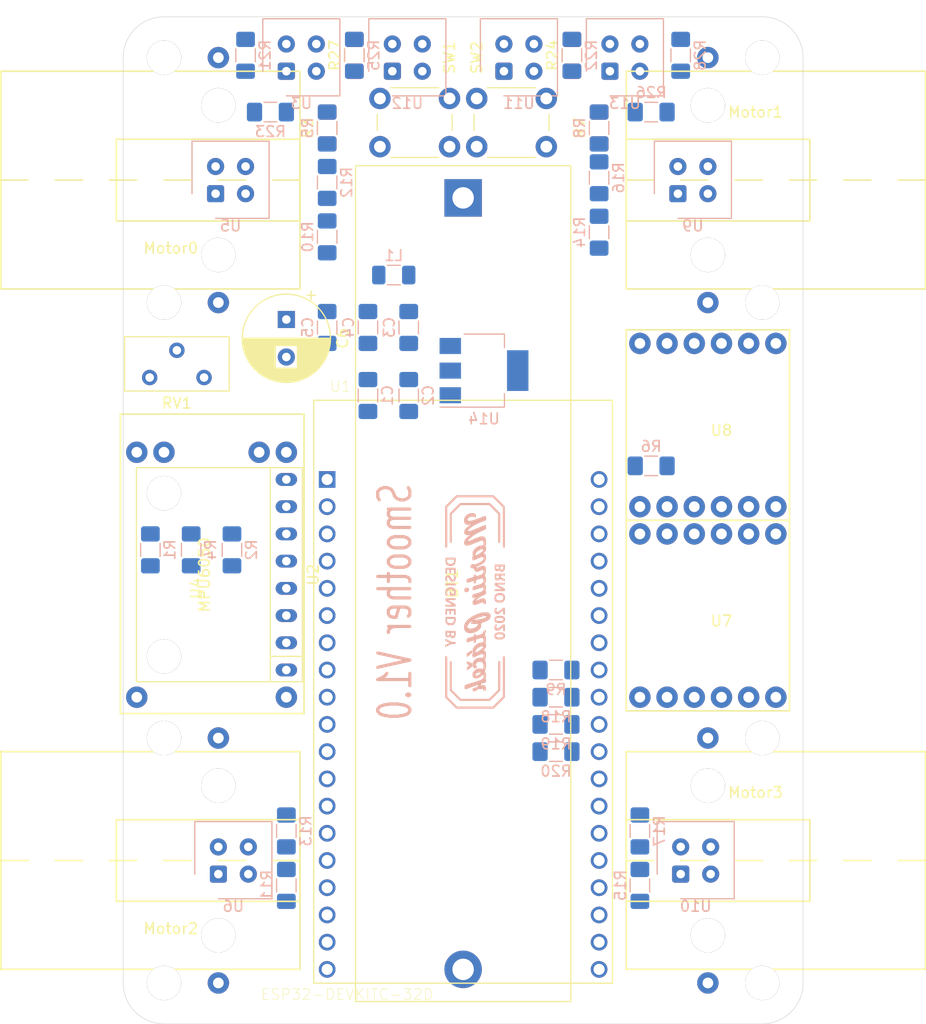
<source format=kicad_pcb>
(kicad_pcb (version 20171130) (host pcbnew "(5.1.5)-3")
  (layers (0 F.Cu signal) (31 B.Cu signal) (34 B.Paste user) (35 F.Paste user) (36 B.SilkS user) (37 F.SilkS user) (38 B.Mask user) (39 F.Mask user) (44 Edge.Cuts user))
  (net 0 "")
  (net 1 "Net-(BT1-Pad1)")
  (net 2 "Net-(BT1-Pad2)")
  (net 3 "Net-(Motor0-Pad2)")
  (net 4 "Net-(Motor0-Pad1)")
  (net 5 "Net-(Motor1-Pad2)")
  (net 6 "Net-(Motor1-Pad1)")
  (net 7 "Net-(Motor2-Pad2)")
  (net 8 "Net-(Motor2-Pad1)")
  (net 9 "Net-(Motor3-Pad2)")
  (net 10 "Net-(Motor3-Pad1)")
  (net 11 "Net-(R1-Pad2)")
  (net 12 BatV)
  (net 13 GND)
  (net 14 "Net-(R2-Pad1)")
  (net 15 "Net-(R3-Pad2)")
  (net 16 SW0)
  (net 17 BAT-Sense)
  (net 18 "Net-(R4-Pad1)")
  (net 19 "Net-(R6-Pad2)")
  (net 20 MotorFault)
  (net 21 "Net-(R7-Pad2)")
  (net 22 SW1)
  (net 23 "Net-(R9-Pad2)")
  (net 24 "Net-(R10-Pad2)")
  (net 25 +3V3)
  (net 26 "Net-(R11-Pad2)")
  (net 27 WheelEnc0)
  (net 28 WheelEnc2)
  (net 29 "Net-(R14-Pad2)")
  (net 30 "Net-(R15-Pad2)")
  (net 31 WheelEnc1)
  (net 32 WheelEnc3)
  (net 33 "Net-(U1-Pad16)")
  (net 34 SCL)
  (net 35 SDA)
  (net 36 "Net-(U2-Pad7)")
  (net 37 "Net-(U2-Pad6)")
  (net 38 "Net-(U2-Pad5)")
  (net 39 MotorSleep)
  (net 40 Motor3B)
  (net 41 Motor3A)
  (net 42 Motor2B)
  (net 43 Motor2A)
  (net 44 Motor1B)
  (net 45 Motor1A)
  (net 46 Motor0B)
  (net 47 Motor0A)
  (net 48 LineSensor0)
  (net 49 "Net-(R18-Pad2)")
  (net 50 LineSensor1)
  (net 51 "Net-(R19-Pad2)")
  (net 52 LineSensor2)
  (net 53 "Net-(R20-Pad2)")
  (net 54 "Net-(R21-Pad2)")
  (net 55 "Net-(R22-Pad2)")
  (net 56 "Net-(R25-Pad2)")
  (net 57 "Net-(R26-Pad2)")
  (net 58 LineSensor3)
  (net 59 MPU_inter)
  (net 60 "Net-(U1-Pad38)")
  (net 61 "Net-(U1-Pad37)")
  (net 62 "Net-(U1-Pad36)")
  (net 63 "Net-(U1-Pad24)")
  (net 64 "Net-(U1-Pad23)")
  (net 65 "Net-(U1-Pad18)")
  (net 66 "Net-(U1-Pad17)")
  (net 67 "Net-(U1-Pad19)")
  (net 68 "Net-(U1-Pad2)")
  (net 69 "Net-(C3-Pad1)")
  (net 70 "Net-(U4-Pad1)")
  (module SmootherBoard:Motor (layer F.Cu) (at 217.17 130.81)
    (fp_text reference Motor3 (at 12.065 -1.27) (layer F.SilkS))
    (fp_text value Conn_01x02_Male)
    (pad ~ thru_hole circle (at 12.7 16.51) (size 3.2 3.2) (drill 3.2) (layers *.Cu *.Mask))
    (pad ~ thru_hole circle (at 12.7 -6.35) (size 3.2 3.2) (drill 3.2) (layers *.Cu *.Mask))
    (pad ~ thru_hole circle (at 7.62 12.065) (size 3.2 3.2) (drill 3.2) (layers *.Cu *.Mask))
    (pad ~ thru_hole circle (at 7.62 -1.905) (size 3.2 3.2) (drill 3.2) (layers *.Cu *.Mask))
    (pad 2 thru_hole circle (at 7.62 16.51) (size 2 2) (drill 1) (layers *.Cu *.Mask) (net 9 "Net-(Motor3-Pad2)"))
    (pad 1 thru_hole circle (at 7.62 -6.35) (size 2 2) (drill 1) (layers *.Cu *.Mask) (net 10 "Net-(Motor3-Pad1)"))
  )
  (module SmootherBoard:Motor (layer F.Cu) (at 186.69 140.97 180)
    (fp_text reference Motor2 (at 12.065 -1.27) (layer F.SilkS))
    (fp_text value Conn_01x02_Male)
    (pad ~ thru_hole circle (at 12.7 16.51 180) (size 3.2 3.2) (drill 3.2) (layers *.Cu *.Mask))
    (pad ~ thru_hole circle (at 12.7 -6.35 180) (size 3.2 3.2) (drill 3.2) (layers *.Cu *.Mask))
    (pad ~ thru_hole circle (at 7.62 12.065 180) (size 3.2 3.2) (drill 3.2) (layers *.Cu *.Mask))
    (pad ~ thru_hole circle (at 7.62 -1.905 180) (size 3.2 3.2) (drill 3.2) (layers *.Cu *.Mask))
    (pad 2 thru_hole circle (at 7.62 16.51 180) (size 2 2) (drill 1) (layers *.Cu *.Mask) (net 7 "Net-(Motor2-Pad2)"))
    (pad 1 thru_hole circle (at 7.62 -6.35 180) (size 2 2) (drill 1) (layers *.Cu *.Mask) (net 8 "Net-(Motor2-Pad1)"))
  )
  (module SmootherBoard:Motor (layer F.Cu) (at 217.17 67.31)
    (fp_text reference Motor1 (at 12.065 -1.27) (layer F.SilkS))
    (fp_text value Conn_01x02_Male)
    (pad ~ thru_hole circle (at 12.7 16.51) (size 3.2 3.2) (drill 3.2) (layers *.Cu *.Mask))
    (pad ~ thru_hole circle (at 12.7 -6.35) (size 3.2 3.2) (drill 3.2) (layers *.Cu *.Mask))
    (pad ~ thru_hole circle (at 7.62 12.065) (size 3.2 3.2) (drill 3.2) (layers *.Cu *.Mask))
    (pad ~ thru_hole circle (at 7.62 -1.905) (size 3.2 3.2) (drill 3.2) (layers *.Cu *.Mask))
    (pad 2 thru_hole circle (at 7.62 16.51) (size 2 2) (drill 1) (layers *.Cu *.Mask) (net 5 "Net-(Motor1-Pad2)"))
    (pad 1 thru_hole circle (at 7.62 -6.35) (size 2 2) (drill 1) (layers *.Cu *.Mask) (net 6 "Net-(Motor1-Pad1)"))
  )
  (module SmootherBoard:Motor (layer F.Cu) (at 186.69 77.47 180)
    (fp_text reference Motor0 (at 12.065 -1.27) (layer F.SilkS))
    (fp_text value Conn_01x02_Male)
    (pad ~ thru_hole circle (at 12.7 16.51 180) (size 3.2 3.2) (drill 3.2) (layers *.Cu *.Mask))
    (pad ~ thru_hole circle (at 12.7 -6.35 180) (size 3.2 3.2) (drill 3.2) (layers *.Cu *.Mask))
    (pad ~ thru_hole circle (at 7.62 12.065 180) (size 3.2 3.2) (drill 3.2) (layers *.Cu *.Mask))
    (pad ~ thru_hole circle (at 7.62 -1.905 180) (size 3.2 3.2) (drill 3.2) (layers *.Cu *.Mask))
    (pad 2 thru_hole circle (at 7.62 16.51 180) (size 2 2) (drill 1) (layers *.Cu *.Mask) (net 3 "Net-(Motor0-Pad2)"))
    (pad 1 thru_hole circle (at 7.62 -6.35 180) (size 2 2) (drill 1) (layers *.Cu *.Mask) (net 4 "Net-(Motor0-Pad1)"))
  )
  (module SmootherBoard:signature (layer B.Cu) (at 203.2 111.76 270)
    (fp_text reference G*** hide)
    (fp_text value LOGO hide)
  )
  (module Package_TO_SOT_SMD:SOT-223-3_TabPin2 (layer B.Cu) (at 203.88 90.17)
    (fp_text reference U14 (at 0 4.5) (layer B.SilkS) (effects (justify mirror)))
    (fp_text value AP7363-33)
    (pad 1 smd rect (at -3.15 2.3) (size 2 1.5) (layers B.Cu B.Paste B.Mask) (net 12 BatV))
    (pad 3 smd rect (at -3.15 -2.3) (size 2 1.5) (layers B.Cu B.Paste B.Mask) (net 69 "Net-(C3-Pad1)"))
    (pad 2 smd rect (at -3.15 0) (size 2 1.5) (layers B.Cu B.Paste B.Mask) (net 13 GND))
    (pad 2 smd rect (at 3.15 0) (size 2 3.8) (layers B.Cu B.Paste B.Mask) (net 13 GND))
  )
  (module Inductor_SMD:L_1206_3216Metric (layer B.Cu) (at 195.45 81.25 180)
    (fp_text reference L1 (at 0 1.82) (layer B.SilkS) (effects (justify mirror)))
    (fp_text value 4.7uH)
    (pad 2 smd roundrect (at 1.4 0 180) (size 1.25 1.75) (layers B.Cu B.Paste B.Mask) (roundrect_rratio 0.2) (net 25 +3V3))
    (pad 1 smd roundrect (at -1.4 0 180) (size 1.25 1.75) (layers B.Cu B.Paste B.Mask) (roundrect_rratio 0.2) (net 69 "Net-(C3-Pad1)"))
  )
  (module Capacitor_THT:CP_Radial_D8.0mm_P3.50mm (layer F.Cu) (at 185.42 85.4 270)
    (fp_text reference C6 (at 1.75 -5.25 90) (layer F.SilkS))
    (fp_text value 100uF)
    (pad 2 thru_hole circle (at 3.5 0 270) (size 1.6 1.6) (drill 0.8) (layers *.Cu *.Mask) (net 13 GND))
    (pad 1 thru_hole rect (at 0 0 270) (size 1.6 1.6) (drill 0.8) (layers *.Cu *.Mask) (net 25 +3V3))
  )
  (module Capacitor_SMD:C_1206_3216Metric_Pad1.42x1.75mm_HandSolder (layer B.Cu) (at 189.23 86.1425 270)
    (fp_text reference C5 (at 0 1.82 270) (layer B.SilkS) (effects (justify mirror)))
    (fp_text value 10u)
    (pad 2 smd roundrect (at 1.4875 0 270) (size 1.425 1.75) (layers B.Cu B.Paste B.Mask) (roundrect_rratio 0.175439) (net 13 GND))
    (pad 1 smd roundrect (at -1.4875 0 270) (size 1.425 1.75) (layers B.Cu B.Paste B.Mask) (roundrect_rratio 0.175439) (net 25 +3V3))
  )
  (module Capacitor_SMD:C_1206_3216Metric_Pad1.42x1.75mm_HandSolder (layer B.Cu) (at 193.04 86.1425 270)
    (fp_text reference C4 (at 0 1.82 270) (layer B.SilkS) (effects (justify mirror)))
    (fp_text value 100n)
    (pad 2 smd roundrect (at 1.4875 0 270) (size 1.425 1.75) (layers B.Cu B.Paste B.Mask) (roundrect_rratio 0.175439) (net 13 GND))
    (pad 1 smd roundrect (at -1.4875 0 270) (size 1.425 1.75) (layers B.Cu B.Paste B.Mask) (roundrect_rratio 0.175439) (net 25 +3V3))
  )
  (module Capacitor_SMD:C_1206_3216Metric_Pad1.42x1.75mm_HandSolder (layer B.Cu) (at 196.85 86.1425 270)
    (fp_text reference C3 (at 0 1.82 270) (layer B.SilkS) (effects (justify mirror)))
    (fp_text value 10u)
    (pad 2 smd roundrect (at 1.4875 0 270) (size 1.425 1.75) (layers B.Cu B.Paste B.Mask) (roundrect_rratio 0.175439) (net 13 GND))
    (pad 1 smd roundrect (at -1.4875 0 270) (size 1.425 1.75) (layers B.Cu B.Paste B.Mask) (roundrect_rratio 0.175439) (net 69 "Net-(C3-Pad1)"))
  )
  (module Capacitor_SMD:C_1206_3216Metric_Pad1.42x1.75mm_HandSolder (layer B.Cu) (at 196.85 92.4925 90)
    (fp_text reference C2 (at 0 1.82 -90) (layer B.SilkS) (effects (justify mirror)))
    (fp_text value 10u)
    (pad 2 smd roundrect (at 1.4875 0 90) (size 1.425 1.75) (layers B.Cu B.Paste B.Mask) (roundrect_rratio 0.175439) (net 13 GND))
    (pad 1 smd roundrect (at -1.4875 0 90) (size 1.425 1.75) (layers B.Cu B.Paste B.Mask) (roundrect_rratio 0.175439) (net 12 BatV))
  )
  (module SmootherBoard:MODULE_ESP32-DEVKITC-32D (layer F.Cu) (at 201.93 120.09)
    (fp_text reference U1 (at -11.4644 -28.446) (layer F.SilkS) (effects (font (size 1.00039 1.00039) (thickness 0.05))))
    (fp_text value ESP32-DEVKITC-32D (at -10.8363 28.2945) (layer F.SilkS) (effects (font (size 1.00105 1.00105) (thickness 0.05))))
    (pad 38 thru_hole circle (at 12.7 25.96) (size 1.56 1.56) (drill 1.04) (layers *.Cu *.Mask) (net 60 "Net-(U1-Pad38)"))
    (pad 37 thru_hole circle (at 12.7 23.42) (size 1.56 1.56) (drill 1.04) (layers *.Cu *.Mask) (net 61 "Net-(U1-Pad37)"))
    (pad 36 thru_hole circle (at 12.7 20.88) (size 1.56 1.56) (drill 1.04) (layers *.Cu *.Mask) (net 62 "Net-(U1-Pad36)"))
    (pad 35 thru_hole circle (at 12.7 18.34) (size 1.56 1.56) (drill 1.04) (layers *.Cu *.Mask) (net 16 SW0))
    (pad 34 thru_hole circle (at 12.7 15.8) (size 1.56 1.56) (drill 1.04) (layers *.Cu *.Mask) (net 39 MotorSleep))
    (pad 33 thru_hole circle (at 12.7 13.26) (size 1.56 1.56) (drill 1.04) (layers *.Cu *.Mask) (net 22 SW1))
    (pad 32 thru_hole circle (at 12.7 10.72) (size 1.56 1.56) (drill 1.04) (layers *.Cu *.Mask) (net 40 Motor3B))
    (pad 31 thru_hole circle (at 12.7 8.18) (size 1.56 1.56) (drill 1.04) (layers *.Cu *.Mask) (net 59 MPU_inter))
    (pad 30 thru_hole circle (at 12.7 5.64) (size 1.56 1.56) (drill 1.04) (layers *.Cu *.Mask) (net 53 "Net-(R20-Pad2)"))
    (pad 29 thru_hole circle (at 12.7 3.1) (size 1.56 1.56) (drill 1.04) (layers *.Cu *.Mask) (net 51 "Net-(R19-Pad2)"))
    (pad 28 thru_hole circle (at 12.7 0.56) (size 1.56 1.56) (drill 1.04) (layers *.Cu *.Mask) (net 49 "Net-(R18-Pad2)"))
    (pad 27 thru_hole circle (at 12.7 -1.98) (size 1.56 1.56) (drill 1.04) (layers *.Cu *.Mask) (net 23 "Net-(R9-Pad2)"))
    (pad 26 thru_hole circle (at 12.7 -4.52) (size 1.56 1.56) (drill 1.04) (layers *.Cu *.Mask) (net 13 GND))
    (pad 25 thru_hole circle (at 12.7 -7.06) (size 1.56 1.56) (drill 1.04) (layers *.Cu *.Mask) (net 35 SDA))
    (pad 24 thru_hole circle (at 12.7 -9.6) (size 1.56 1.56) (drill 1.04) (layers *.Cu *.Mask) (net 63 "Net-(U1-Pad24)"))
    (pad 23 thru_hole circle (at 12.7 -12.14) (size 1.56 1.56) (drill 1.04) (layers *.Cu *.Mask) (net 64 "Net-(U1-Pad23)"))
    (pad 22 thru_hole circle (at 12.7 -14.68) (size 1.56 1.56) (drill 1.04) (layers *.Cu *.Mask) (net 34 SCL))
    (pad 21 thru_hole circle (at 12.7 -17.22) (size 1.56 1.56) (drill 1.04) (layers *.Cu *.Mask) (net 19 "Net-(R6-Pad2)"))
    (pad 20 thru_hole circle (at 12.7 -19.76) (size 1.56 1.56) (drill 1.04) (layers *.Cu *.Mask) (net 13 GND))
    (pad 18 thru_hole circle (at -12.7 23.42) (size 1.56 1.56) (drill 1.04) (layers *.Cu *.Mask) (net 65 "Net-(U1-Pad18)"))
    (pad 17 thru_hole circle (at -12.7 20.88) (size 1.56 1.56) (drill 1.04) (layers *.Cu *.Mask) (net 66 "Net-(U1-Pad17)"))
    (pad 16 thru_hole circle (at -12.7 18.34) (size 1.56 1.56) (drill 1.04) (layers *.Cu *.Mask) (net 33 "Net-(U1-Pad16)"))
    (pad 15 thru_hole circle (at -12.7 15.8) (size 1.56 1.56) (drill 1.04) (layers *.Cu *.Mask) (net 47 Motor0A))
    (pad 14 thru_hole circle (at -12.7 13.26) (size 1.56 1.56) (drill 1.04) (layers *.Cu *.Mask) (net 13 GND))
    (pad 13 thru_hole circle (at -12.7 10.72) (size 1.56 1.56) (drill 1.04) (layers *.Cu *.Mask) (net 46 Motor0B))
    (pad 12 thru_hole circle (at -12.7 8.18) (size 1.56 1.56) (drill 1.04) (layers *.Cu *.Mask) (net 17 BAT-Sense))
    (pad 11 thru_hole circle (at -12.7 5.64) (size 1.56 1.56) (drill 1.04) (layers *.Cu *.Mask) (net 45 Motor1A))
    (pad 10 thru_hole circle (at -12.7 3.1) (size 1.56 1.56) (drill 1.04) (layers *.Cu *.Mask) (net 44 Motor1B))
    (pad 9 thru_hole circle (at -12.7 0.56) (size 1.56 1.56) (drill 1.04) (layers *.Cu *.Mask) (net 43 Motor2A))
    (pad 8 thru_hole circle (at -12.7 -1.98) (size 1.56 1.56) (drill 1.04) (layers *.Cu *.Mask) (net 42 Motor2B))
    (pad 7 thru_hole circle (at -12.7 -4.52) (size 1.56 1.56) (drill 1.04) (layers *.Cu *.Mask) (net 41 Motor3A))
    (pad 6 thru_hole circle (at -12.7 -7.06) (size 1.56 1.56) (drill 1.04) (layers *.Cu *.Mask) (net 27 WheelEnc0))
    (pad 5 thru_hole circle (at -12.7 -9.6) (size 1.56 1.56) (drill 1.04) (layers *.Cu *.Mask) (net 31 WheelEnc1))
    (pad 4 thru_hole circle (at -12.7 -12.14) (size 1.56 1.56) (drill 1.04) (layers *.Cu *.Mask) (net 28 WheelEnc2))
    (pad 3 thru_hole circle (at -12.7 -14.68) (size 1.56 1.56) (drill 1.04) (layers *.Cu *.Mask) (net 32 WheelEnc3))
    (pad 19 thru_hole circle (at -12.7 25.96) (size 1.56 1.56) (drill 1.04) (layers *.Cu *.Mask) (net 67 "Net-(U1-Pad19)"))
    (pad 2 thru_hole circle (at -12.7 -17.22) (size 1.56 1.56) (drill 1.04) (layers *.Cu *.Mask) (net 68 "Net-(U1-Pad2)"))
    (pad 1 thru_hole rect (at -12.7 -19.76) (size 1.56 1.56) (drill 1.04) (layers *.Cu *.Mask) (net 25 +3V3))
  )
  (module OptoDevice:Vishay_CNY70 (layer B.Cu) (at 215.64 62.23)
    (fp_text reference U13 (at 1.4 3) (layer B.SilkS) (effects (justify mirror)))
    (fp_text value CNY70)
    (pad 1 thru_hole roundrect (at 0 0) (size 1.6 1.6) (drill 0.8) (layers *.Cu *.Mask) (roundrect_rratio 0.156) (net 57 "Net-(R26-Pad2)"))
    (pad 2 thru_hole circle (at 0 -2.54) (size 1.6 1.6) (drill 0.8) (layers *.Cu *.Mask) (net 13 GND))
    (pad 3 thru_hole circle (at 2.8 -2.54) (size 1.6 1.6) (drill 0.8) (layers *.Cu *.Mask) (net 58 LineSensor3))
    (pad 4 thru_hole circle (at 2.8 0) (size 1.6 1.6) (drill 0.8) (layers *.Cu *.Mask) (net 13 GND))
  )
  (module OptoDevice:Vishay_CNY70 (layer B.Cu) (at 195.32 62.23)
    (fp_text reference U12 (at 1.4 3) (layer B.SilkS) (effects (justify mirror)))
    (fp_text value CNY70)
    (pad 1 thru_hole roundrect (at 0 0) (size 1.6 1.6) (drill 0.8) (layers *.Cu *.Mask) (roundrect_rratio 0.156) (net 56 "Net-(R25-Pad2)"))
    (pad 2 thru_hole circle (at 0 -2.54) (size 1.6 1.6) (drill 0.8) (layers *.Cu *.Mask) (net 13 GND))
    (pad 3 thru_hole circle (at 2.8 -2.54) (size 1.6 1.6) (drill 0.8) (layers *.Cu *.Mask) (net 50 LineSensor1))
    (pad 4 thru_hole circle (at 2.8 0) (size 1.6 1.6) (drill 0.8) (layers *.Cu *.Mask) (net 13 GND))
  )
  (module OptoDevice:Vishay_CNY70 (layer B.Cu) (at 205.74 62.23)
    (fp_text reference U11 (at 1.4 3) (layer B.SilkS) (effects (justify mirror)))
    (fp_text value CNY70)
    (pad 1 thru_hole roundrect (at 0 0) (size 1.6 1.6) (drill 0.8) (layers *.Cu *.Mask) (roundrect_rratio 0.156) (net 55 "Net-(R22-Pad2)"))
    (pad 2 thru_hole circle (at 0 -2.54) (size 1.6 1.6) (drill 0.8) (layers *.Cu *.Mask) (net 13 GND))
    (pad 3 thru_hole circle (at 2.8 -2.54) (size 1.6 1.6) (drill 0.8) (layers *.Cu *.Mask) (net 52 LineSensor2))
    (pad 4 thru_hole circle (at 2.8 0) (size 1.6 1.6) (drill 0.8) (layers *.Cu *.Mask) (net 13 GND))
  )
  (module OptoDevice:Vishay_CNY70 (layer B.Cu) (at 185.42 62.23)
    (fp_text reference U3 (at 1.4 3) (layer B.SilkS) (effects (justify mirror)))
    (fp_text value CNY70)
    (pad 1 thru_hole roundrect (at 0 0) (size 1.6 1.6) (drill 0.8) (layers *.Cu *.Mask) (roundrect_rratio 0.156) (net 54 "Net-(R21-Pad2)"))
    (pad 2 thru_hole circle (at 0 -2.54) (size 1.6 1.6) (drill 0.8) (layers *.Cu *.Mask) (net 13 GND))
    (pad 3 thru_hole circle (at 2.8 -2.54) (size 1.6 1.6) (drill 0.8) (layers *.Cu *.Mask) (net 48 LineSensor0))
    (pad 4 thru_hole circle (at 2.8 0) (size 1.6 1.6) (drill 0.8) (layers *.Cu *.Mask) (net 13 GND))
  )
  (module Resistor_SMD:R_1206_3216Metric_Pad1.42x1.75mm_HandSolder (layer B.Cu) (at 222.25 60.7425 90)
    (fp_text reference R28 (at 0 1.82 90) (layer B.SilkS) (effects (justify mirror)))
    (fp_text value 10k)
    (pad 2 smd roundrect (at 1.4875 0 90) (size 1.425 1.75) (layers B.Cu B.Paste B.Mask) (roundrect_rratio 0.175439) (net 58 LineSensor3))
    (pad 1 smd roundrect (at -1.4875 0 90) (size 1.425 1.75) (layers B.Cu B.Paste B.Mask) (roundrect_rratio 0.175439) (net 25 +3V3))
  )
  (module Resistor_SMD:R_1206_3216Metric_Pad1.42x1.75mm_HandSolder (layer F.Cu) (at 191.77 60.7425 90)
    (fp_text reference R27 (at 0 -1.82 90) (layer F.SilkS))
    (fp_text value 10k)
    (pad 2 smd roundrect (at 1.4875 0 90) (size 1.425 1.75) (layers F.Cu F.Paste F.Mask) (roundrect_rratio 0.175439) (net 50 LineSensor1))
    (pad 1 smd roundrect (at -1.4875 0 90) (size 1.425 1.75) (layers F.Cu F.Paste F.Mask) (roundrect_rratio 0.175439) (net 25 +3V3))
  )
  (module Resistor_SMD:R_1206_3216Metric_Pad1.42x1.75mm_HandSolder (layer B.Cu) (at 219.4925 66.04 180)
    (fp_text reference R26 (at 0 1.82) (layer B.SilkS) (effects (justify mirror)))
    (fp_text value 150R)
    (pad 2 smd roundrect (at 1.4875 0 180) (size 1.425 1.75) (layers B.Cu B.Paste B.Mask) (roundrect_rratio 0.175439) (net 57 "Net-(R26-Pad2)"))
    (pad 1 smd roundrect (at -1.4875 0 180) (size 1.425 1.75) (layers B.Cu B.Paste B.Mask) (roundrect_rratio 0.175439) (net 25 +3V3))
  )
  (module Resistor_SMD:R_1206_3216Metric_Pad1.42x1.75mm_HandSolder (layer B.Cu) (at 191.77 60.7425 90)
    (fp_text reference R25 (at 0 1.82 90) (layer B.SilkS) (effects (justify mirror)))
    (fp_text value 150R)
    (pad 2 smd roundrect (at 1.4875 0 90) (size 1.425 1.75) (layers B.Cu B.Paste B.Mask) (roundrect_rratio 0.175439) (net 56 "Net-(R25-Pad2)"))
    (pad 1 smd roundrect (at -1.4875 0 90) (size 1.425 1.75) (layers B.Cu B.Paste B.Mask) (roundrect_rratio 0.175439) (net 25 +3V3))
  )
  (module Resistor_SMD:R_1206_3216Metric_Pad1.42x1.75mm_HandSolder (layer F.Cu) (at 212.09 60.7425 90)
    (fp_text reference R24 (at 0 -1.82 90) (layer F.SilkS))
    (fp_text value 10k)
    (pad 2 smd roundrect (at 1.4875 0 90) (size 1.425 1.75) (layers F.Cu F.Paste F.Mask) (roundrect_rratio 0.175439) (net 52 LineSensor2))
    (pad 1 smd roundrect (at -1.4875 0 90) (size 1.425 1.75) (layers F.Cu F.Paste F.Mask) (roundrect_rratio 0.175439) (net 25 +3V3))
  )
  (module Resistor_SMD:R_1206_3216Metric_Pad1.42x1.75mm_HandSolder (layer B.Cu) (at 183.9325 66.04)
    (fp_text reference R23 (at 0 1.82 180) (layer B.SilkS) (effects (justify mirror)))
    (fp_text value 10k)
    (pad 2 smd roundrect (at 1.4875 0) (size 1.425 1.75) (layers B.Cu B.Paste B.Mask) (roundrect_rratio 0.175439) (net 48 LineSensor0))
    (pad 1 smd roundrect (at -1.4875 0) (size 1.425 1.75) (layers B.Cu B.Paste B.Mask) (roundrect_rratio 0.175439) (net 25 +3V3))
  )
  (module Resistor_SMD:R_1206_3216Metric_Pad1.42x1.75mm_HandSolder (layer B.Cu) (at 212.09 60.7425 90)
    (fp_text reference R22 (at 0 1.82 270) (layer B.SilkS) (effects (justify mirror)))
    (fp_text value 150R)
    (pad 2 smd roundrect (at 1.4875 0 90) (size 1.425 1.75) (layers B.Cu B.Paste B.Mask) (roundrect_rratio 0.175439) (net 55 "Net-(R22-Pad2)"))
    (pad 1 smd roundrect (at -1.4875 0 90) (size 1.425 1.75) (layers B.Cu B.Paste B.Mask) (roundrect_rratio 0.175439) (net 25 +3V3))
  )
  (module Resistor_SMD:R_1206_3216Metric_Pad1.42x1.75mm_HandSolder (layer B.Cu) (at 181.61 60.7425 90)
    (fp_text reference R21 (at 0 1.82 270) (layer B.SilkS) (effects (justify mirror)))
    (fp_text value 150R)
    (pad 2 smd roundrect (at 1.4875 0 90) (size 1.425 1.75) (layers B.Cu B.Paste B.Mask) (roundrect_rratio 0.175439) (net 54 "Net-(R21-Pad2)"))
    (pad 1 smd roundrect (at -1.4875 0 90) (size 1.425 1.75) (layers B.Cu B.Paste B.Mask) (roundrect_rratio 0.175439) (net 25 +3V3))
  )
  (module Resistor_SMD:R_1206_3216Metric_Pad1.42x1.75mm_HandSolder (layer B.Cu) (at 210.6025 125.73)
    (fp_text reference R20 (at 0 1.82) (layer B.SilkS) (effects (justify mirror)))
    (fp_text value 330R)
    (pad 2 smd roundrect (at 1.4875 0) (size 1.425 1.75) (layers B.Cu B.Paste B.Mask) (roundrect_rratio 0.175439) (net 53 "Net-(R20-Pad2)"))
    (pad 1 smd roundrect (at -1.4875 0) (size 1.425 1.75) (layers B.Cu B.Paste B.Mask) (roundrect_rratio 0.175439) (net 50 LineSensor1))
  )
  (module Resistor_SMD:R_1206_3216Metric_Pad1.42x1.75mm_HandSolder (layer B.Cu) (at 210.6025 123.19)
    (fp_text reference R19 (at 0 1.82) (layer B.SilkS) (effects (justify mirror)))
    (fp_text value 330R)
    (pad 2 smd roundrect (at 1.4875 0) (size 1.425 1.75) (layers B.Cu B.Paste B.Mask) (roundrect_rratio 0.175439) (net 51 "Net-(R19-Pad2)"))
    (pad 1 smd roundrect (at -1.4875 0) (size 1.425 1.75) (layers B.Cu B.Paste B.Mask) (roundrect_rratio 0.175439) (net 52 LineSensor2))
  )
  (module Resistor_SMD:R_1206_3216Metric_Pad1.42x1.75mm_HandSolder (layer B.Cu) (at 210.6025 120.65)
    (fp_text reference R18 (at 0 1.82) (layer B.SilkS) (effects (justify mirror)))
    (fp_text value 330R)
    (pad 2 smd roundrect (at 1.4875 0) (size 1.425 1.75) (layers B.Cu B.Paste B.Mask) (roundrect_rratio 0.175439) (net 49 "Net-(R18-Pad2)"))
    (pad 1 smd roundrect (at -1.4875 0) (size 1.425 1.75) (layers B.Cu B.Paste B.Mask) (roundrect_rratio 0.175439) (net 50 LineSensor1))
  )
  (module Resistor_SMD:R_1206_3216Metric_Pad1.42x1.75mm_HandSolder (layer B.Cu) (at 210.6025 118.11)
    (fp_text reference R9 (at 0 1.82) (layer B.SilkS) (effects (justify mirror)))
    (fp_text value 330R)
    (pad 2 smd roundrect (at 1.4875 0) (size 1.425 1.75) (layers B.Cu B.Paste B.Mask) (roundrect_rratio 0.175439) (net 23 "Net-(R9-Pad2)"))
    (pad 1 smd roundrect (at -1.4875 0) (size 1.425 1.75) (layers B.Cu B.Paste B.Mask) (roundrect_rratio 0.175439) (net 48 LineSensor0))
  )
  (module Capacitor_SMD:C_1206_3216Metric_Pad1.42x1.75mm_HandSolder (layer B.Cu) (at 193.04 92.4925 90)
    (fp_text reference C1 (at 0 1.82 -90) (layer B.SilkS) (effects (justify mirror)))
    (fp_text value 100n)
    (pad 2 smd roundrect (at 1.4875 0 90) (size 1.425 1.75) (layers B.Cu B.Paste B.Mask) (roundrect_rratio 0.175439) (net 13 GND))
    (pad 1 smd roundrect (at -1.4875 0 90) (size 1.425 1.75) (layers B.Cu B.Paste B.Mask) (roundrect_rratio 0.175439) (net 12 BatV))
  )
  (module OptoDevice:Vishay_CNY70 (layer B.Cu) (at 222.25 137.16)
    (fp_text reference U10 (at 1.4 3) (layer B.SilkS) (effects (justify mirror)))
    (fp_text value CNY70)
    (pad 1 thru_hole roundrect (at 0 0) (size 1.6 1.6) (drill 0.8) (layers *.Cu *.Mask) (roundrect_rratio 0.156) (net 30 "Net-(R15-Pad2)"))
    (pad 2 thru_hole circle (at 0 -2.54) (size 1.6 1.6) (drill 0.8) (layers *.Cu *.Mask) (net 13 GND))
    (pad 3 thru_hole circle (at 2.8 -2.54) (size 1.6 1.6) (drill 0.8) (layers *.Cu *.Mask) (net 32 WheelEnc3))
    (pad 4 thru_hole circle (at 2.8 0) (size 1.6 1.6) (drill 0.8) (layers *.Cu *.Mask) (net 13 GND))
  )
  (module OptoDevice:Vishay_CNY70 (layer B.Cu) (at 221.99 73.66)
    (fp_text reference U9 (at 1.4 3) (layer B.SilkS) (effects (justify mirror)))
    (fp_text value CNY70)
    (pad 1 thru_hole roundrect (at 0 0) (size 1.6 1.6) (drill 0.8) (layers *.Cu *.Mask) (roundrect_rratio 0.156) (net 29 "Net-(R14-Pad2)"))
    (pad 2 thru_hole circle (at 0 -2.54) (size 1.6 1.6) (drill 0.8) (layers *.Cu *.Mask) (net 13 GND))
    (pad 3 thru_hole circle (at 2.8 -2.54) (size 1.6 1.6) (drill 0.8) (layers *.Cu *.Mask) (net 31 WheelEnc1))
    (pad 4 thru_hole circle (at 2.8 0) (size 1.6 1.6) (drill 0.8) (layers *.Cu *.Mask) (net 13 GND))
  )
  (module SmootherBoard:DRV8833_module (layer F.Cu) (at 226.06 95.25)
    (fp_text reference U8 (at 0 0.5) (layer F.SilkS))
    (fp_text value DRV8833_module)
    (pad 12 thru_hole circle (at -7.62 7.62) (size 2 2) (drill 1) (layers *.Cu *.Mask) (net 39 MotorSleep))
    (pad 11 thru_hole circle (at -5.08 7.62) (size 2 2) (drill 1) (layers *.Cu *.Mask) (net 5 "Net-(Motor1-Pad2)"))
    (pad 10 thru_hole circle (at -2.54 7.62) (size 2 2) (drill 1) (layers *.Cu *.Mask) (net 6 "Net-(Motor1-Pad1)"))
    (pad 9 thru_hole circle (at 0 7.62) (size 2 2) (drill 1) (layers *.Cu *.Mask) (net 3 "Net-(Motor0-Pad2)"))
    (pad 8 thru_hole circle (at 2.54 7.62) (size 2 2) (drill 1) (layers *.Cu *.Mask) (net 4 "Net-(Motor0-Pad1)"))
    (pad 7 thru_hole circle (at 5.08 7.62) (size 2 2) (drill 1) (layers *.Cu *.Mask) (net 20 MotorFault))
    (pad 6 thru_hole circle (at 5.08 -7.62) (size 2 2) (drill 1) (layers *.Cu *.Mask) (net 47 Motor0A))
    (pad 5 thru_hole circle (at 2.54 -7.62) (size 2 2) (drill 1) (layers *.Cu *.Mask) (net 46 Motor0B))
    (pad 4 thru_hole circle (at 0 -7.62) (size 2 2) (drill 1) (layers *.Cu *.Mask) (net 12 BatV))
    (pad 3 thru_hole circle (at -2.54 -7.62) (size 2 2) (drill 1) (layers *.Cu *.Mask) (net 13 GND))
    (pad 2 thru_hole circle (at -5.08 -7.62) (size 2 2) (drill 1) (layers *.Cu *.Mask) (net 45 Motor1A))
    (pad 1 thru_hole circle (at -7.62 -7.62) (size 2 2) (drill 1) (layers *.Cu *.Mask) (net 44 Motor1B))
  )
  (module SmootherBoard:DRV8833_module (layer F.Cu) (at 226.06 113.03)
    (fp_text reference U7 (at 0 0.5) (layer F.SilkS))
    (fp_text value DRV8833_module)
    (pad 12 thru_hole circle (at -7.62 7.62) (size 2 2) (drill 1) (layers *.Cu *.Mask) (net 39 MotorSleep))
    (pad 11 thru_hole circle (at -5.08 7.62) (size 2 2) (drill 1) (layers *.Cu *.Mask) (net 9 "Net-(Motor3-Pad2)"))
    (pad 10 thru_hole circle (at -2.54 7.62) (size 2 2) (drill 1) (layers *.Cu *.Mask) (net 10 "Net-(Motor3-Pad1)"))
    (pad 9 thru_hole circle (at 0 7.62) (size 2 2) (drill 1) (layers *.Cu *.Mask) (net 7 "Net-(Motor2-Pad2)"))
    (pad 8 thru_hole circle (at 2.54 7.62) (size 2 2) (drill 1) (layers *.Cu *.Mask) (net 8 "Net-(Motor2-Pad1)"))
    (pad 7 thru_hole circle (at 5.08 7.62) (size 2 2) (drill 1) (layers *.Cu *.Mask) (net 20 MotorFault))
    (pad 6 thru_hole circle (at 5.08 -7.62) (size 2 2) (drill 1) (layers *.Cu *.Mask) (net 43 Motor2A))
    (pad 5 thru_hole circle (at 2.54 -7.62) (size 2 2) (drill 1) (layers *.Cu *.Mask) (net 42 Motor2B))
    (pad 4 thru_hole circle (at 0 -7.62) (size 2 2) (drill 1) (layers *.Cu *.Mask) (net 12 BatV))
    (pad 3 thru_hole circle (at -2.54 -7.62) (size 2 2) (drill 1) (layers *.Cu *.Mask) (net 13 GND))
    (pad 2 thru_hole circle (at -5.08 -7.62) (size 2 2) (drill 1) (layers *.Cu *.Mask) (net 41 Motor3A))
    (pad 1 thru_hole circle (at -7.62 -7.62) (size 2 2) (drill 1) (layers *.Cu *.Mask) (net 40 Motor3B))
  )
  (module OptoDevice:Vishay_CNY70 (layer B.Cu) (at 179.07 137.16)
    (fp_text reference U6 (at 1.4 3) (layer B.SilkS) (effects (justify mirror)))
    (fp_text value CNY70)
    (pad 1 thru_hole roundrect (at 0 0) (size 1.6 1.6) (drill 0.8) (layers *.Cu *.Mask) (roundrect_rratio 0.156) (net 26 "Net-(R11-Pad2)"))
    (pad 2 thru_hole circle (at 0 -2.54) (size 1.6 1.6) (drill 0.8) (layers *.Cu *.Mask) (net 13 GND))
    (pad 3 thru_hole circle (at 2.8 -2.54) (size 1.6 1.6) (drill 0.8) (layers *.Cu *.Mask) (net 28 WheelEnc2))
    (pad 4 thru_hole circle (at 2.8 0) (size 1.6 1.6) (drill 0.8) (layers *.Cu *.Mask) (net 13 GND))
  )
  (module OptoDevice:Vishay_CNY70 (layer B.Cu) (at 178.81 73.66)
    (fp_text reference U5 (at 1.4 3) (layer B.SilkS) (effects (justify mirror)))
    (fp_text value CNY70)
    (pad 1 thru_hole roundrect (at 0 0) (size 1.6 1.6) (drill 0.8) (layers *.Cu *.Mask) (roundrect_rratio 0.156) (net 24 "Net-(R10-Pad2)"))
    (pad 2 thru_hole circle (at 0 -2.54) (size 1.6 1.6) (drill 0.8) (layers *.Cu *.Mask) (net 13 GND))
    (pad 3 thru_hole circle (at 2.8 -2.54) (size 1.6 1.6) (drill 0.8) (layers *.Cu *.Mask) (net 27 WheelEnc0))
    (pad 4 thru_hole circle (at 2.8 0) (size 1.6 1.6) (drill 0.8) (layers *.Cu *.Mask) (net 13 GND))
  )
  (module SmootherBoard:TP4056_module (layer F.Cu) (at 176.53 110.49 90)
    (fp_text reference U4 (at 0 0.5 90) (layer F.SilkS))
    (fp_text value TP4056_module)
    (pad 6 thru_hole circle (at 12.7 -5.08 90) (size 2 2) (drill 1) (layers *.Cu *.Mask) (net 12 BatV))
    (pad 5 thru_hole circle (at 12.7 8.89 90) (size 2 2) (drill 1) (layers *.Cu *.Mask) (net 13 GND))
    (pad 4 thru_hole circle (at 12.7 6.35 90) (size 2 2) (drill 1) (layers *.Cu *.Mask) (net 2 "Net-(BT1-Pad2)"))
    (pad 3 thru_hole circle (at 12.7 -2.54 90) (size 2 2) (drill 1) (layers *.Cu *.Mask) (net 1 "Net-(BT1-Pad1)"))
    (pad 2 thru_hole circle (at -10.16 8.89 90) (size 2 2) (drill 1) (layers *.Cu *.Mask) (net 13 GND))
    (pad 1 thru_hole circle (at -10.16 -5.08 90) (size 2 2) (drill 1) (layers *.Cu *.Mask) (net 70 "Net-(U4-Pad1)"))
  )
  (module SmootherBoard:MPU6050_Breakdown (layer F.Cu) (at 185.42 109.22 90)
    (fp_text reference U2 (at 0 2.5 90) (layer F.SilkS))
    (fp_text value MPU6050_breakdown)
    (fp_text user MPU6050 (at 0 -7.65 90) (layer F.SilkS))
    (pad ~ thru_hole circle (at 7.62 -11.43 90) (size 3.2 3.2) (drill 3.2) (layers *.Cu *.Mask))
    (pad ~ thru_hole circle (at -7.62 -11.43 90) (size 3.2 3.2) (drill 3.2) (layers *.Cu *.Mask))
    (pad 8 thru_hole oval (at 8.89 0 90) (size 1.2 2) (drill 0.8) (layers *.Cu *.Mask) (net 59 MPU_inter))
    (pad 7 thru_hole oval (at 6.35 0 90) (size 1.2 2) (drill 0.8) (layers *.Cu *.Mask) (net 36 "Net-(U2-Pad7)"))
    (pad 6 thru_hole oval (at 3.81 0 90) (size 1.2 2) (drill 0.8) (layers *.Cu *.Mask) (net 37 "Net-(U2-Pad6)"))
    (pad 5 thru_hole oval (at 1.27 0 90) (size 1.2 2) (drill 0.8) (layers *.Cu *.Mask) (net 38 "Net-(U2-Pad5)"))
    (pad 4 thru_hole oval (at -1.27 0 90) (size 1.2 2) (drill 0.8) (layers *.Cu *.Mask) (net 35 SDA))
    (pad 3 thru_hole oval (at -3.81 0 90) (size 1.2 2) (drill 0.8) (layers *.Cu *.Mask) (net 34 SCL))
    (pad 2 thru_hole oval (at -6.35 0 90) (size 1.2 2) (drill 0.8) (layers *.Cu *.Mask) (net 13 GND))
    (pad 1 thru_hole oval (at -8.89 0 90) (size 1.2 2) (drill 0.8) (layers *.Cu *.Mask) (net 25 +3V3))
  )
  (module Button_Switch_THT:SW_PUSH_6mm (layer F.Cu) (at 203.2 64.77)
    (fp_text reference SW2 (at 0 -3.81 90) (layer F.SilkS))
    (fp_text value SW_Push)
    (pad 1 thru_hole circle (at 6.5 0 90) (size 2 2) (drill 1.1) (layers *.Cu *.Mask) (net 21 "Net-(R7-Pad2)"))
    (pad 2 thru_hole circle (at 6.5 4.5 90) (size 2 2) (drill 1.1) (layers *.Cu *.Mask) (net 25 +3V3))
    (pad 1 thru_hole circle (at 0 0 90) (size 2 2) (drill 1.1) (layers *.Cu *.Mask) (net 21 "Net-(R7-Pad2)"))
    (pad 2 thru_hole circle (at 0 4.5 90) (size 2 2) (drill 1.1) (layers *.Cu *.Mask) (net 25 +3V3))
  )
  (module Button_Switch_THT:SW_PUSH_6mm (layer F.Cu) (at 194.16 64.77)
    (fp_text reference SW1 (at 6.5 -3.81 90) (layer F.SilkS))
    (fp_text value SW_Push)
    (pad 1 thru_hole circle (at 6.5 0 90) (size 2 2) (drill 1.1) (layers *.Cu *.Mask) (net 15 "Net-(R3-Pad2)"))
    (pad 2 thru_hole circle (at 6.5 4.5 90) (size 2 2) (drill 1.1) (layers *.Cu *.Mask) (net 25 +3V3))
    (pad 1 thru_hole circle (at 0 0 90) (size 2 2) (drill 1.1) (layers *.Cu *.Mask) (net 15 "Net-(R3-Pad2)"))
    (pad 2 thru_hole circle (at 0 4.5 90) (size 2 2) (drill 1.1) (layers *.Cu *.Mask) (net 25 +3V3))
  )
  (module Potentiometer_THT:Potentiometer_Bourns_3296Y_Vertical (layer F.Cu) (at 172.654999 90.814999 180)
    (fp_text reference RV1 (at -2.54 -2.39) (layer F.SilkS))
    (fp_text value 10k)
    (pad 3 thru_hole circle (at -5.08 0 180) (size 1.44 1.44) (drill 0.8) (layers *.Cu *.Mask) (net 14 "Net-(R2-Pad1)"))
    (pad 2 thru_hole circle (at -2.54 2.54 180) (size 1.44 1.44) (drill 0.8) (layers *.Cu *.Mask) (net 18 "Net-(R4-Pad1)"))
    (pad 1 thru_hole circle (at 0 0 180) (size 1.44 1.44) (drill 0.8) (layers *.Cu *.Mask) (net 11 "Net-(R1-Pad2)"))
  )
  (module Resistor_SMD:R_1206_3216Metric_Pad1.42x1.75mm_HandSolder (layer B.Cu) (at 218.44 133.1325 90)
    (fp_text reference R17 (at 0 1.82 90) (layer B.SilkS) (effects (justify mirror)))
    (fp_text value 10k)
    (pad 2 smd roundrect (at 1.4875 0 90) (size 1.425 1.75) (layers B.Cu B.Paste B.Mask) (roundrect_rratio 0.175439) (net 32 WheelEnc3))
    (pad 1 smd roundrect (at -1.4875 0 90) (size 1.425 1.75) (layers B.Cu B.Paste B.Mask) (roundrect_rratio 0.175439) (net 25 +3V3))
  )
  (module Resistor_SMD:R_1206_3216Metric_Pad1.42x1.75mm_HandSolder (layer B.Cu) (at 214.63 72.1725 90)
    (fp_text reference R16 (at 0 1.82 270) (layer B.SilkS) (effects (justify mirror)))
    (fp_text value 10k)
    (pad 2 smd roundrect (at 1.4875 0 90) (size 1.425 1.75) (layers B.Cu B.Paste B.Mask) (roundrect_rratio 0.175439) (net 31 WheelEnc1))
    (pad 1 smd roundrect (at -1.4875 0 90) (size 1.425 1.75) (layers B.Cu B.Paste B.Mask) (roundrect_rratio 0.175439) (net 25 +3V3))
  )
  (module Resistor_SMD:R_1206_3216Metric_Pad1.42x1.75mm_HandSolder (layer B.Cu) (at 218.44 138.2125 270)
    (fp_text reference R15 (at 0 1.82 90) (layer B.SilkS) (effects (justify mirror)))
    (fp_text value 150R)
    (pad 2 smd roundrect (at 1.4875 0 270) (size 1.425 1.75) (layers B.Cu B.Paste B.Mask) (roundrect_rratio 0.175439) (net 30 "Net-(R15-Pad2)"))
    (pad 1 smd roundrect (at -1.4875 0 270) (size 1.425 1.75) (layers B.Cu B.Paste B.Mask) (roundrect_rratio 0.175439) (net 25 +3V3))
  )
  (module Resistor_SMD:R_1206_3216Metric_Pad1.42x1.75mm_HandSolder (layer B.Cu) (at 214.63 77.2525 270)
    (fp_text reference R14 (at 0 1.82 270) (layer B.SilkS) (effects (justify mirror)))
    (fp_text value 150R)
    (pad 2 smd roundrect (at 1.4875 0 270) (size 1.425 1.75) (layers B.Cu B.Paste B.Mask) (roundrect_rratio 0.175439) (net 29 "Net-(R14-Pad2)"))
    (pad 1 smd roundrect (at -1.4875 0 270) (size 1.425 1.75) (layers B.Cu B.Paste B.Mask) (roundrect_rratio 0.175439) (net 25 +3V3))
  )
  (module Resistor_SMD:R_1206_3216Metric_Pad1.42x1.75mm_HandSolder (layer B.Cu) (at 185.42 133.1325 90)
    (fp_text reference R13 (at 0 1.82 90) (layer B.SilkS) (effects (justify mirror)))
    (fp_text value 10k)
    (pad 2 smd roundrect (at 1.4875 0 90) (size 1.425 1.75) (layers B.Cu B.Paste B.Mask) (roundrect_rratio 0.175439) (net 28 WheelEnc2))
    (pad 1 smd roundrect (at -1.4875 0 90) (size 1.425 1.75) (layers B.Cu B.Paste B.Mask) (roundrect_rratio 0.175439) (net 25 +3V3))
  )
  (module Resistor_SMD:R_1206_3216Metric_Pad1.42x1.75mm_HandSolder (layer B.Cu) (at 189.23 72.6075 90)
    (fp_text reference R12 (at 0 1.82 270) (layer B.SilkS) (effects (justify mirror)))
    (fp_text value 10k)
    (pad 2 smd roundrect (at 1.4875 0 90) (size 1.425 1.75) (layers B.Cu B.Paste B.Mask) (roundrect_rratio 0.175439) (net 27 WheelEnc0))
    (pad 1 smd roundrect (at -1.4875 0 90) (size 1.425 1.75) (layers B.Cu B.Paste B.Mask) (roundrect_rratio 0.175439) (net 25 +3V3))
  )
  (module Resistor_SMD:R_1206_3216Metric_Pad1.42x1.75mm_HandSolder (layer B.Cu) (at 185.42 138.2125 270)
    (fp_text reference R11 (at 0 1.82 90) (layer B.SilkS) (effects (justify mirror)))
    (fp_text value 150R)
    (pad 2 smd roundrect (at 1.4875 0 270) (size 1.425 1.75) (layers B.Cu B.Paste B.Mask) (roundrect_rratio 0.175439) (net 26 "Net-(R11-Pad2)"))
    (pad 1 smd roundrect (at -1.4875 0 270) (size 1.425 1.75) (layers B.Cu B.Paste B.Mask) (roundrect_rratio 0.175439) (net 25 +3V3))
  )
  (module Resistor_SMD:R_1206_3216Metric_Pad1.42x1.75mm_HandSolder (layer B.Cu) (at 189.23 77.6875 270)
    (fp_text reference R10 (at 0 1.82 270) (layer B.SilkS) (effects (justify mirror)))
    (fp_text value 150R)
    (pad 2 smd roundrect (at 1.4875 0 270) (size 1.425 1.75) (layers B.Cu B.Paste B.Mask) (roundrect_rratio 0.175439) (net 24 "Net-(R10-Pad2)"))
    (pad 1 smd roundrect (at -1.4875 0 270) (size 1.425 1.75) (layers B.Cu B.Paste B.Mask) (roundrect_rratio 0.175439) (net 25 +3V3))
  )
  (module Resistor_SMD:R_1206_3216Metric_Pad1.42x1.75mm_HandSolder (layer B.Cu) (at 214.63 67.5275 270)
    (fp_text reference R8 (at 0 1.82 270) (layer B.SilkS) (effects (justify mirror)))
    (fp_text value 10k)
    (pad 2 smd roundrect (at 1.4875 0 270) (size 1.425 1.75) (layers B.Cu B.Paste B.Mask) (roundrect_rratio 0.175439) (net 13 GND))
    (pad 1 smd roundrect (at -1.4875 0 270) (size 1.425 1.75) (layers B.Cu B.Paste B.Mask) (roundrect_rratio 0.175439) (net 21 "Net-(R7-Pad2)"))
  )
  (module Resistor_SMD:R_1206_3216Metric_Pad1.42x1.75mm_HandSolder (layer F.Cu) (at 214.63 67.5275 90)
    (fp_text reference R7 (at 0 -1.82 90) (layer F.SilkS))
    (fp_text value 330R)
    (pad 2 smd roundrect (at 1.4875 0 90) (size 1.425 1.75) (layers F.Cu F.Paste F.Mask) (roundrect_rratio 0.175439) (net 21 "Net-(R7-Pad2)"))
    (pad 1 smd roundrect (at -1.4875 0 90) (size 1.425 1.75) (layers F.Cu F.Paste F.Mask) (roundrect_rratio 0.175439) (net 22 SW1))
  )
  (module Resistor_SMD:R_1206_3216Metric_Pad1.42x1.75mm_HandSolder (layer B.Cu) (at 219.4925 99.06 180)
    (fp_text reference R6 (at 0 1.82) (layer B.SilkS) (effects (justify mirror)))
    (fp_text value 330R)
    (pad 2 smd roundrect (at 1.4875 0 180) (size 1.425 1.75) (layers B.Cu B.Paste B.Mask) (roundrect_rratio 0.175439) (net 19 "Net-(R6-Pad2)"))
    (pad 1 smd roundrect (at -1.4875 0 180) (size 1.425 1.75) (layers B.Cu B.Paste B.Mask) (roundrect_rratio 0.175439) (net 20 MotorFault))
  )
  (module Resistor_SMD:R_1206_3216Metric_Pad1.42x1.75mm_HandSolder (layer B.Cu) (at 189.23 67.5275 270)
    (fp_text reference R5 (at 0 1.82 90) (layer B.SilkS) (effects (justify mirror)))
    (fp_text value 10k)
    (pad 2 smd roundrect (at 1.4875 0 270) (size 1.425 1.75) (layers B.Cu B.Paste B.Mask) (roundrect_rratio 0.175439) (net 13 GND))
    (pad 1 smd roundrect (at -1.4875 0 270) (size 1.425 1.75) (layers B.Cu B.Paste B.Mask) (roundrect_rratio 0.175439) (net 15 "Net-(R3-Pad2)"))
  )
  (module Resistor_SMD:R_1206_3216Metric_Pad1.42x1.75mm_HandSolder (layer B.Cu) (at 176.53 106.8975 90)
    (fp_text reference R4 (at 0 1.82 270) (layer B.SilkS) (effects (justify mirror)))
    (fp_text value 330R)
    (pad 2 smd roundrect (at 1.4875 0 90) (size 1.425 1.75) (layers B.Cu B.Paste B.Mask) (roundrect_rratio 0.175439) (net 17 BAT-Sense))
    (pad 1 smd roundrect (at -1.4875 0 90) (size 1.425 1.75) (layers B.Cu B.Paste B.Mask) (roundrect_rratio 0.175439) (net 18 "Net-(R4-Pad1)"))
  )
  (module Resistor_SMD:R_1206_3216Metric_Pad1.42x1.75mm_HandSolder (layer F.Cu) (at 189.23 67.5275 90)
    (fp_text reference R3 (at 0 -1.82 90) (layer F.SilkS))
    (fp_text value 330R)
    (pad 2 smd roundrect (at 1.4875 0 90) (size 1.425 1.75) (layers F.Cu F.Paste F.Mask) (roundrect_rratio 0.175439) (net 15 "Net-(R3-Pad2)"))
    (pad 1 smd roundrect (at -1.4875 0 90) (size 1.425 1.75) (layers F.Cu F.Paste F.Mask) (roundrect_rratio 0.175439) (net 16 SW0))
  )
  (module Resistor_SMD:R_1206_3216Metric_Pad1.42x1.75mm_HandSolder (layer B.Cu) (at 180.34 106.8975 90)
    (fp_text reference R2 (at 0 1.82 270) (layer B.SilkS) (effects (justify mirror)))
    (fp_text value 33k)
    (pad 2 smd roundrect (at 1.4875 0 90) (size 1.425 1.75) (layers B.Cu B.Paste B.Mask) (roundrect_rratio 0.175439) (net 13 GND))
    (pad 1 smd roundrect (at -1.4875 0 90) (size 1.425 1.75) (layers B.Cu B.Paste B.Mask) (roundrect_rratio 0.175439) (net 14 "Net-(R2-Pad1)"))
  )
  (module Resistor_SMD:R_1206_3216Metric_Pad1.42x1.75mm_HandSolder (layer B.Cu) (at 172.72 106.8975 90)
    (fp_text reference R1 (at 0 1.82 270) (layer B.SilkS) (effects (justify mirror)))
    (fp_text value 10k)
    (pad 2 smd roundrect (at 1.4875 0 90) (size 1.425 1.75) (layers B.Cu B.Paste B.Mask) (roundrect_rratio 0.175439) (net 11 "Net-(R1-Pad2)"))
    (pad 1 smd roundrect (at -1.4875 0 90) (size 1.425 1.75) (layers B.Cu B.Paste B.Mask) (roundrect_rratio 0.175439) (net 12 BatV))
  )
  (module Battery:BatteryHolder_MPD_BH-18650-PC2 (layer F.Cu) (at 201.93 74.05 270)
    (fp_text reference BT1 (at 36 1 90) (layer F.SilkS))
    (fp_text value Battery_Cell)
    (pad "" np_thru_hole circle (at 64.255 0 270) (size 3.2 3.2) (drill 3.2) (layers *.Cu *.Mask))
    (pad "" np_thru_hole circle (at 8.645 0 270) (size 3.2 3.2) (drill 3.2) (layers *.Cu *.Mask))
    (pad 1 thru_hole rect (at 0 0 270) (size 3.5 3.5) (drill 2) (layers *.Cu *.Mask) (net 1 "Net-(BT1-Pad1)"))
    (pad 2 thru_hole circle (at 72 0 270) (size 3.5 3.5) (drill 2) (layers *.Cu *.Mask) (net 2 "Net-(BT1-Pad2)"))
  )
  (gr_text "Smoother V1.0" (at 195.58 111.76 90) (layer B.SilkS) (effects (font (size 3 2) (thickness 0.3)) (justify mirror)))
  (gr_line (start 173.99 151.13) (end 229.87 151.13) (layer Edge.Cuts) (width 0.05))
  (gr_arc (start 229.87 60.96) (end 233.68 60.96) (angle -90) (layer Edge.Cuts) (width 0.05))
  (gr_line (start 233.68 147.32) (end 233.68 60.96) (layer Edge.Cuts) (width 0.05))
  (gr_line (start 173.99 57.15) (end 229.87 57.15) (layer Edge.Cuts) (width 0.05))
  (gr_arc (start 173.99 60.96) (end 173.99 57.15) (angle -90) (layer Edge.Cuts) (width 0.05))
  (gr_arc (start 229.87 147.32) (end 229.87 151.13) (angle -90) (layer Edge.Cuts) (width 0.05))
  (gr_arc (start 173.99 147.32) (end 170.18 147.32) (angle -90) (layer Edge.Cuts) (width 0.05))
  (gr_line (start 170.18 60.96) (end 170.18 147.32) (layer Edge.Cuts) (width 0.05))
)
</source>
